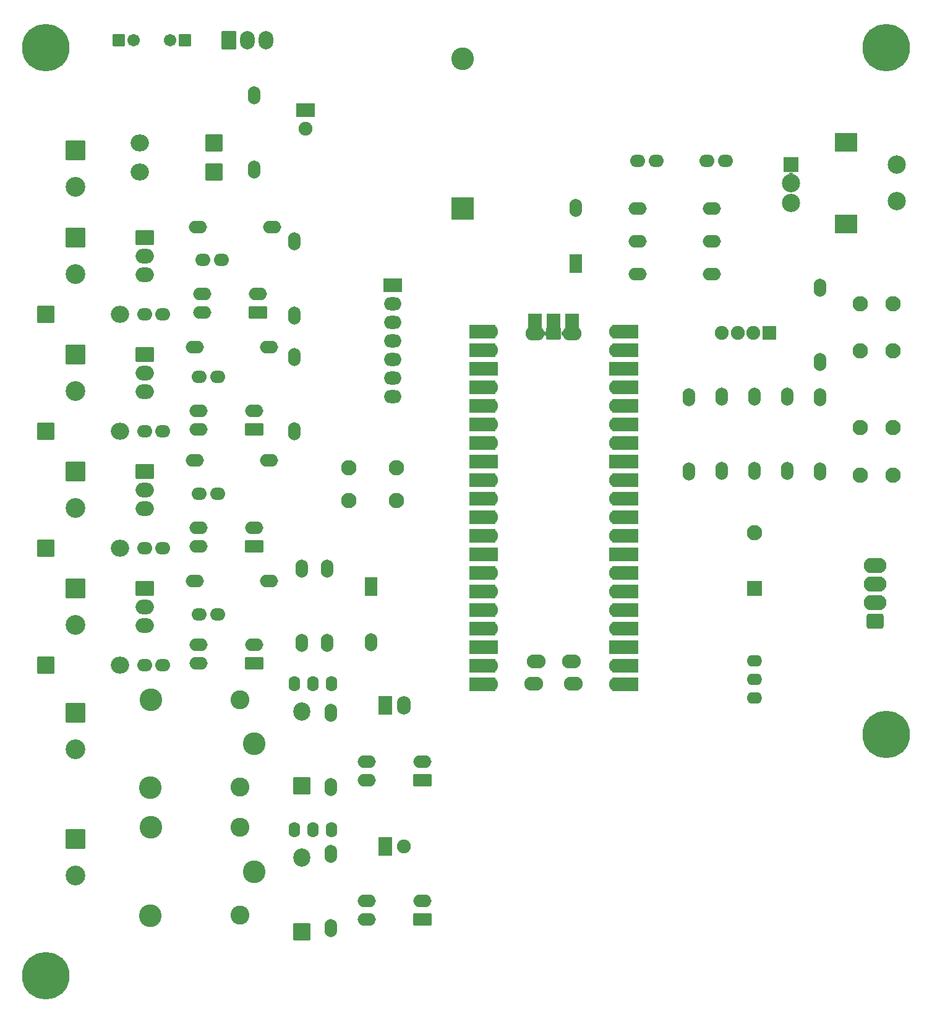
<source format=gbr>
G04 #@! TF.GenerationSoftware,KiCad,Pcbnew,(6.0.4)*
G04 #@! TF.CreationDate,2022-05-04T19:00:33-03:00*
G04 #@! TF.ProjectId,P_Inyectores_Rpi_pico,505f496e-7965-4637-946f-7265735f5270,rev?*
G04 #@! TF.SameCoordinates,Original*
G04 #@! TF.FileFunction,Soldermask,Top*
G04 #@! TF.FilePolarity,Negative*
%FSLAX46Y46*%
G04 Gerber Fmt 4.6, Leading zero omitted, Abs format (unit mm)*
G04 Created by KiCad (PCBNEW (6.0.4)) date 2022-05-04 19:00:33*
%MOMM*%
%LPD*%
G01*
G04 APERTURE LIST*
G04 Aperture macros list*
%AMRoundRect*
0 Rectangle with rounded corners*
0 $1 Rounding radius*
0 $2 $3 $4 $5 $6 $7 $8 $9 X,Y pos of 4 corners*
0 Add a 4 corners polygon primitive as box body*
4,1,4,$2,$3,$4,$5,$6,$7,$8,$9,$2,$3,0*
0 Add four circle primitives for the rounded corners*
1,1,$1+$1,$2,$3*
1,1,$1+$1,$4,$5*
1,1,$1+$1,$6,$7*
1,1,$1+$1,$8,$9*
0 Add four rect primitives between the rounded corners*
20,1,$1+$1,$2,$3,$4,$5,0*
20,1,$1+$1,$4,$5,$6,$7,0*
20,1,$1+$1,$6,$7,$8,$9,0*
20,1,$1+$1,$8,$9,$2,$3,0*%
G04 Aperture macros list end*
%ADD10C,6.502000*%
%ADD11O,1.702000X2.502000*%
%ADD12RoundRect,0.051000X-1.300000X1.300000X-1.300000X-1.300000X1.300000X-1.300000X1.300000X1.300000X0*%
%ADD13C,2.702000*%
%ADD14RoundRect,0.051000X-1.000000X-1.000000X1.000000X-1.000000X1.000000X1.000000X-1.000000X1.000000X0*%
%ADD15C,2.502000*%
%ADD16RoundRect,0.051000X-1.500000X-1.250000X1.500000X-1.250000X1.500000X1.250000X-1.500000X1.250000X0*%
%ADD17O,2.502000X1.702000*%
%ADD18RoundRect,0.051000X-1.100000X-1.100000X1.100000X-1.100000X1.100000X1.100000X-1.100000X1.100000X0*%
%ADD19O,2.502000X2.302000*%
%ADD20O,2.102000X1.702000*%
%ADD21RoundRect,0.051000X1.000000X-1.000000X1.000000X1.000000X-1.000000X1.000000X-1.000000X-1.000000X0*%
%ADD22C,2.102000*%
%ADD23RoundRect,0.051000X1.100000X-1.100000X1.100000X1.100000X-1.100000X1.100000X-1.100000X-1.100000X0*%
%ADD24O,2.302000X2.502000*%
%ADD25RoundRect,0.051000X-1.200000X0.952500X-1.200000X-0.952500X1.200000X-0.952500X1.200000X0.952500X0*%
%ADD26O,2.502000X2.007000*%
%ADD27C,3.102000*%
%ADD28C,2.602000*%
%ADD29O,1.602000X2.102000*%
%ADD30RoundRect,0.051000X-0.900000X-1.200000X0.900000X-1.200000X0.900000X1.200000X-0.900000X1.200000X0*%
%ADD31C,1.902000*%
%ADD32RoundRect,0.051000X1.200000X0.800000X-1.200000X0.800000X-1.200000X-0.800000X1.200000X-0.800000X0*%
%ADD33O,1.902000X2.502000*%
%ADD34RoundRect,0.051000X0.900000X0.900000X-0.900000X0.900000X-0.900000X-0.900000X0.900000X-0.900000X0*%
%ADD35O,2.602000X1.902000*%
%ADD36RoundRect,0.051000X1.750000X0.850000X-1.750000X0.850000X-1.750000X-0.850000X1.750000X-0.850000X0*%
%ADD37RoundRect,0.051000X1.250000X0.850000X-1.250000X0.850000X-1.250000X-0.850000X1.250000X-0.850000X0*%
%ADD38RoundRect,0.051000X-0.850000X1.750000X-0.850000X-1.750000X0.850000X-1.750000X0.850000X1.750000X0*%
%ADD39RoundRect,0.051000X1.000000X0.750000X-1.000000X0.750000X-1.000000X-0.750000X1.000000X-0.750000X0*%
%ADD40RoundRect,0.051000X-0.800000X1.250000X-0.800000X-1.250000X0.800000X-1.250000X0.800000X1.250000X0*%
%ADD41RoundRect,0.051000X-1.250000X-0.850000X1.250000X-0.850000X1.250000X0.850000X-1.250000X0.850000X0*%
%ADD42O,2.402000X1.802000*%
%ADD43RoundRect,0.051000X1.500000X-1.500000X1.500000X1.500000X-1.500000X1.500000X-1.500000X-1.500000X0*%
%ADD44RoundRect,0.051000X0.800000X-1.250000X0.800000X1.250000X-0.800000X1.250000X-0.800000X-1.250000X0*%
%ADD45RoundRect,0.051000X0.800000X0.800000X-0.800000X0.800000X-0.800000X-0.800000X0.800000X-0.800000X0*%
%ADD46C,1.702000*%
%ADD47RoundRect,0.051000X-0.800000X-0.800000X0.800000X-0.800000X0.800000X0.800000X-0.800000X0.800000X0*%
%ADD48RoundRect,0.051000X-0.952500X-1.200000X0.952500X-1.200000X0.952500X1.200000X-0.952500X1.200000X0*%
%ADD49O,2.007000X2.502000*%
%ADD50RoundRect,0.051000X-1.200000X0.900000X-1.200000X-0.900000X1.200000X-0.900000X1.200000X0.900000X0*%
%ADD51RoundRect,0.051000X1.100000X1.100000X-1.100000X1.100000X-1.100000X-1.100000X1.100000X-1.100000X0*%
%ADD52O,2.102000X1.602000*%
%ADD53RoundRect,0.338356X0.812644X-0.712644X0.812644X0.712644X-0.812644X0.712644X-0.812644X-0.712644X0*%
%ADD54O,3.102000X2.102000*%
G04 APERTURE END LIST*
D10*
X26000000Y-153000000D03*
X141000000Y-26000000D03*
D11*
X64500000Y-97250000D03*
X64500000Y-107410000D03*
X65000000Y-117000000D03*
X65000000Y-127160000D03*
D12*
X30000000Y-68000000D03*
D13*
X30000000Y-73000000D03*
D11*
X65000000Y-136300000D03*
X65000000Y-146460000D03*
D14*
X128000000Y-42000000D03*
D15*
X128000000Y-47250000D03*
X128000000Y-44500000D03*
D16*
X135500000Y-38900000D03*
X135500000Y-50100000D03*
D15*
X142500000Y-42000000D03*
X142500000Y-47000000D03*
D17*
X56500000Y-82500000D03*
X46340000Y-82500000D03*
D11*
X61000000Y-97250000D03*
X61000000Y-107410000D03*
D17*
X56500000Y-99000000D03*
X46340000Y-99000000D03*
D10*
X26000000Y-26000000D03*
D18*
X26000000Y-94500000D03*
D19*
X36160000Y-94500000D03*
D18*
X26000000Y-78500000D03*
D19*
X36160000Y-78500000D03*
D20*
X47000000Y-71000000D03*
X49500000Y-71000000D03*
D21*
X123000000Y-100000000D03*
D22*
X123000000Y-92400000D03*
D23*
X61000000Y-127000000D03*
D24*
X61000000Y-116840000D03*
D23*
X61000000Y-147000000D03*
D24*
X61000000Y-136840000D03*
D12*
X30000000Y-117000000D03*
D13*
X30000000Y-122000000D03*
D20*
X47000000Y-103500000D03*
X49500000Y-103500000D03*
X47000000Y-87000000D03*
X49500000Y-87000000D03*
D25*
X39500000Y-52000000D03*
D26*
X39500000Y-54540000D03*
X39500000Y-57080000D03*
D17*
X107000000Y-52500000D03*
X117160000Y-52500000D03*
D25*
X39500000Y-100000000D03*
D26*
X39500000Y-102540000D03*
X39500000Y-105080000D03*
D27*
X54500000Y-121250000D03*
D28*
X52550000Y-115200000D03*
D27*
X40350000Y-115200000D03*
X40300000Y-127250000D03*
D28*
X52550000Y-127200000D03*
D17*
X107000000Y-57000000D03*
X117160000Y-57000000D03*
D11*
X123000000Y-73750000D03*
X123000000Y-83910000D03*
D29*
X60000000Y-113000000D03*
X62540000Y-113000000D03*
X65080000Y-113000000D03*
D30*
X72500000Y-135250000D03*
D31*
X75040000Y-135250000D03*
D29*
X60000000Y-133000000D03*
X62540000Y-133000000D03*
X65080000Y-133000000D03*
D11*
X118500000Y-73750000D03*
X118500000Y-83910000D03*
D27*
X54500000Y-138750000D03*
D28*
X52550000Y-132700000D03*
D27*
X40350000Y-132700000D03*
X40300000Y-144750000D03*
D28*
X52550000Y-144700000D03*
D20*
X42000000Y-94500000D03*
X39500000Y-94500000D03*
D22*
X142000000Y-61000000D03*
X142000000Y-67500000D03*
X137500000Y-61000000D03*
X137500000Y-67500000D03*
X142000000Y-78000000D03*
X142000000Y-84500000D03*
X137500000Y-78000000D03*
X137500000Y-84500000D03*
D20*
X42000000Y-62500000D03*
X39500000Y-62500000D03*
X42000000Y-110500000D03*
X39500000Y-110500000D03*
X42000000Y-78500000D03*
X39500000Y-78500000D03*
X107000000Y-41500000D03*
X109500000Y-41500000D03*
D12*
X30000000Y-40000000D03*
D13*
X30000000Y-45000000D03*
D12*
X30000000Y-100000000D03*
D13*
X30000000Y-105000000D03*
D12*
X30000000Y-84000000D03*
D13*
X30000000Y-89000000D03*
D12*
X30000000Y-134250000D03*
D13*
X30000000Y-139250000D03*
D32*
X77500000Y-126250000D03*
D17*
X77500000Y-123710000D03*
X69880000Y-123710000D03*
X69880000Y-126250000D03*
D32*
X77500000Y-145250000D03*
D17*
X77500000Y-142710000D03*
X69880000Y-142710000D03*
X69880000Y-145250000D03*
D30*
X72500000Y-116000000D03*
D33*
X75040000Y-116000000D03*
D25*
X39500000Y-84000000D03*
D26*
X39500000Y-86540000D03*
X39500000Y-89080000D03*
D25*
X39500000Y-68000000D03*
D26*
X39500000Y-70540000D03*
X39500000Y-73080000D03*
D17*
X56500000Y-67000000D03*
X46340000Y-67000000D03*
D32*
X54500000Y-78250000D03*
D17*
X54500000Y-75710000D03*
X46880000Y-75710000D03*
X46880000Y-78250000D03*
D34*
X125000000Y-65000000D03*
D31*
X122841000Y-65000000D03*
X120682000Y-65000000D03*
X118523000Y-65000000D03*
D11*
X60000000Y-52500000D03*
X60000000Y-62660000D03*
X60000000Y-78500000D03*
X60000000Y-68340000D03*
D17*
X107000000Y-48000000D03*
X117160000Y-48000000D03*
D35*
X97925000Y-109970000D03*
X93075000Y-109970000D03*
X92775000Y-113000000D03*
X98225000Y-113000000D03*
D36*
X105290000Y-113130000D03*
D35*
X104390000Y-113130000D03*
D36*
X105290000Y-110590000D03*
D35*
X104390000Y-110590000D03*
D37*
X104390000Y-108050000D03*
D36*
X105290000Y-108050000D03*
D35*
X104390000Y-105510000D03*
D36*
X105290000Y-105510000D03*
D35*
X104390000Y-102970000D03*
D36*
X105290000Y-102970000D03*
X105290000Y-100430000D03*
D35*
X104390000Y-100430000D03*
X104390000Y-97890000D03*
D36*
X105290000Y-97890000D03*
X105290000Y-95350000D03*
D37*
X104390000Y-95350000D03*
D35*
X104390000Y-92810000D03*
D36*
X105290000Y-92810000D03*
D35*
X104390000Y-90270000D03*
D36*
X105290000Y-90270000D03*
D35*
X104390000Y-87730000D03*
D36*
X105290000Y-87730000D03*
D35*
X104390000Y-85190000D03*
D36*
X105290000Y-85190000D03*
D37*
X104390000Y-82650000D03*
D36*
X105290000Y-82650000D03*
D35*
X104390000Y-80110000D03*
D36*
X105290000Y-80110000D03*
D35*
X104390000Y-77570000D03*
D36*
X105290000Y-77570000D03*
X105290000Y-75030000D03*
D35*
X104390000Y-75030000D03*
X104390000Y-72490000D03*
D36*
X105290000Y-72490000D03*
X105290000Y-69950000D03*
D37*
X104390000Y-69950000D03*
D35*
X104390000Y-67410000D03*
D36*
X105290000Y-67410000D03*
X105290000Y-64870000D03*
D35*
X104390000Y-64870000D03*
D36*
X85710000Y-64870000D03*
D35*
X86610000Y-64870000D03*
X86610000Y-67410000D03*
D36*
X85710000Y-67410000D03*
D37*
X86610000Y-69950000D03*
D36*
X85710000Y-69950000D03*
D35*
X86610000Y-72490000D03*
D36*
X85710000Y-72490000D03*
D35*
X86610000Y-75030000D03*
D36*
X85710000Y-75030000D03*
X85710000Y-77570000D03*
D35*
X86610000Y-77570000D03*
X86610000Y-80110000D03*
D36*
X85710000Y-80110000D03*
X85710000Y-82650000D03*
D37*
X86610000Y-82650000D03*
D36*
X85710000Y-85190000D03*
D35*
X86610000Y-85190000D03*
D36*
X85710000Y-87730000D03*
D35*
X86610000Y-87730000D03*
X86610000Y-90270000D03*
D36*
X85710000Y-90270000D03*
D35*
X86610000Y-92810000D03*
D36*
X85710000Y-92810000D03*
D37*
X86610000Y-95350000D03*
D36*
X85710000Y-95350000D03*
X85710000Y-97890000D03*
D35*
X86610000Y-97890000D03*
X86610000Y-100430000D03*
D36*
X85710000Y-100430000D03*
D35*
X86610000Y-102970000D03*
D36*
X85710000Y-102970000D03*
D35*
X86610000Y-105510000D03*
D36*
X85710000Y-105510000D03*
D37*
X86610000Y-108050000D03*
D36*
X85710000Y-108050000D03*
X85710000Y-110590000D03*
D35*
X86610000Y-110590000D03*
D36*
X85710000Y-113130000D03*
D35*
X86610000Y-113130000D03*
D38*
X98040000Y-64200000D03*
D35*
X98040000Y-65100000D03*
D38*
X95500000Y-64200000D03*
D39*
X95500000Y-65100000D03*
D38*
X92960000Y-64200000D03*
D35*
X92960000Y-65100000D03*
D40*
X70500000Y-99750000D03*
D11*
X70500000Y-107370000D03*
D20*
X119000000Y-41500000D03*
X116500000Y-41500000D03*
D41*
X73500000Y-58500000D03*
D42*
X73500000Y-61040000D03*
X73500000Y-63580000D03*
X73500000Y-66120000D03*
X73500000Y-68660000D03*
X73500000Y-71200000D03*
X73500000Y-73740000D03*
D43*
X83000000Y-48000000D03*
D27*
X83000000Y-27510000D03*
D11*
X132000000Y-84000000D03*
X132000000Y-73840000D03*
D10*
X141000000Y-120000000D03*
D44*
X98500000Y-55500000D03*
D11*
X98500000Y-47880000D03*
D45*
X45000000Y-25000000D03*
D46*
X43000000Y-25000000D03*
D47*
X36000000Y-25000000D03*
D46*
X38000000Y-25000000D03*
D48*
X51000000Y-25000000D03*
D49*
X53540000Y-25000000D03*
X56080000Y-25000000D03*
D50*
X61500000Y-34500000D03*
D31*
X61500000Y-37040000D03*
D22*
X67500000Y-88000000D03*
X74000000Y-88000000D03*
X67500000Y-83500000D03*
X74000000Y-83500000D03*
D11*
X54500000Y-32500000D03*
X54500000Y-42660000D03*
D51*
X49000000Y-39000000D03*
D19*
X38840000Y-39000000D03*
D11*
X114000000Y-84000000D03*
X114000000Y-73840000D03*
X127500000Y-73750000D03*
X127500000Y-83910000D03*
D52*
X123000000Y-115000000D03*
X123000000Y-112460000D03*
X123000000Y-109920000D03*
D17*
X57000000Y-50500000D03*
X46840000Y-50500000D03*
D20*
X47500000Y-55000000D03*
X50000000Y-55000000D03*
D32*
X55000000Y-62250000D03*
D17*
X55000000Y-59710000D03*
X47380000Y-59710000D03*
X47380000Y-62250000D03*
D18*
X26000000Y-62500000D03*
D19*
X36160000Y-62500000D03*
D18*
X26000000Y-110500000D03*
D19*
X36160000Y-110500000D03*
D12*
X30000000Y-52000000D03*
D13*
X30000000Y-57000000D03*
D51*
X49000000Y-43000000D03*
D19*
X38840000Y-43000000D03*
D32*
X54500000Y-110250000D03*
D17*
X54500000Y-107710000D03*
X46880000Y-107710000D03*
X46880000Y-110250000D03*
D32*
X54500000Y-94250000D03*
D17*
X54500000Y-91710000D03*
X46880000Y-91710000D03*
X46880000Y-94250000D03*
D11*
X132000000Y-69000000D03*
X132000000Y-58840000D03*
D53*
X139500000Y-104500000D03*
D54*
X139500000Y-101960000D03*
X139500000Y-99420000D03*
X139500000Y-96880000D03*
G36*
X96552919Y-64754225D02*
G01*
X96572595Y-64821237D01*
X96624938Y-64866592D01*
X96693491Y-64876449D01*
X96756513Y-64847667D01*
X96788295Y-64800761D01*
X96790095Y-64799888D01*
X96791750Y-64801010D01*
X96791886Y-64802387D01*
X96752181Y-64954817D01*
X96742143Y-65146354D01*
X96770825Y-65336006D01*
X96816083Y-65459014D01*
X96815743Y-65460985D01*
X96813866Y-65461676D01*
X96812385Y-65460533D01*
X96788086Y-65407088D01*
X96742624Y-65354445D01*
X96676203Y-65334821D01*
X96609718Y-65354224D01*
X96564228Y-65406545D01*
X96552954Y-65458163D01*
X96551607Y-65459642D01*
X96549653Y-65459215D01*
X96549000Y-65457736D01*
X96549000Y-64754788D01*
X96550000Y-64753056D01*
X96552000Y-64753056D01*
X96552919Y-64754225D01*
G37*
G36*
X94187615Y-64739467D02*
G01*
X94211914Y-64792912D01*
X94257376Y-64845555D01*
X94323797Y-64865179D01*
X94390282Y-64845776D01*
X94435772Y-64793455D01*
X94447046Y-64741837D01*
X94448393Y-64740358D01*
X94450347Y-64740785D01*
X94451000Y-64742264D01*
X94451000Y-65445212D01*
X94450000Y-65446944D01*
X94448000Y-65446944D01*
X94447081Y-65445775D01*
X94427405Y-65378763D01*
X94375062Y-65333408D01*
X94306509Y-65323551D01*
X94243487Y-65352333D01*
X94211705Y-65399239D01*
X94209905Y-65400112D01*
X94208250Y-65398990D01*
X94208114Y-65397613D01*
X94247819Y-65245183D01*
X94257857Y-65053646D01*
X94229175Y-64863994D01*
X94183917Y-64740986D01*
X94184257Y-64739015D01*
X94186134Y-64738324D01*
X94187615Y-64739467D01*
G37*
G36*
X128371143Y-43050000D02*
G01*
X128371143Y-43052000D01*
X128369974Y-43052919D01*
X128302962Y-43072595D01*
X128257607Y-43124938D01*
X128247750Y-43193491D01*
X128276533Y-43256517D01*
X128328600Y-43292028D01*
X128372164Y-43307456D01*
X128373463Y-43308977D01*
X128372795Y-43310862D01*
X128370978Y-43311273D01*
X128216882Y-43269982D01*
X128000000Y-43251007D01*
X127783118Y-43269982D01*
X127643008Y-43307525D01*
X127641076Y-43307007D01*
X127640558Y-43305075D01*
X127641869Y-43303692D01*
X127674575Y-43293002D01*
X127731926Y-43253639D01*
X127758775Y-43189796D01*
X127746846Y-43121574D01*
X127699914Y-43070618D01*
X127636103Y-43052927D01*
X127634701Y-43051501D01*
X127635235Y-43049574D01*
X127636637Y-43049000D01*
X128369411Y-43049000D01*
X128371143Y-43050000D01*
G37*
M02*

</source>
